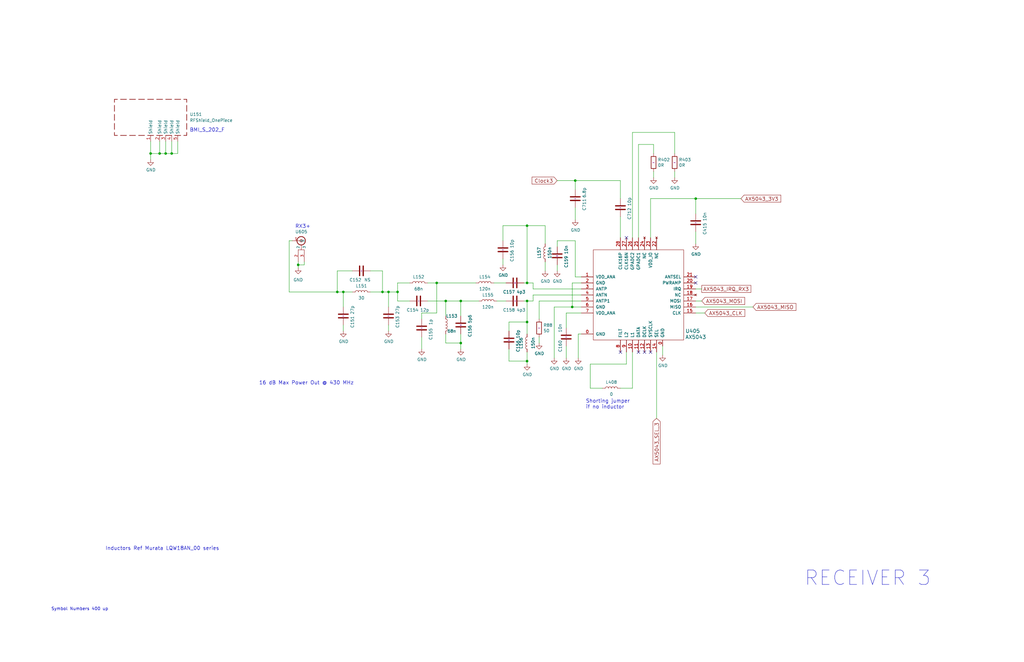
<source format=kicad_sch>
(kicad_sch (version 20230121) (generator eeschema)
  (paper "USLedger")
  (title_block (title "Radiation Tolerant PacSat Communication") (date "2023-06-17") (rev "A") (company "AMSAT-NA") (comment 1 "N5BRG"))
  (lib_symbols
    (symbol "Device:C" (pin_numbers hide) (pin_names (offset 0.254))
      (property "Reference" "C" (at 0.635 2.54 0))
      (property "Value" "C" (at 0.635 -2.54 0))
      (symbol "C_0_1"
        (polyline (pts (xy -2.032 -0.762) (xy 2.032 -0.762)) (stroke (width 0.508)))
        (polyline (pts (xy -2.032 0.762) (xy 2.032 0.762)) (stroke (width 0.508)))
      )
      (symbol "C_1_1"
        (pin passive line (at 0 3.81 270) (length 2.794) (name "~") (number "1"))
        (pin passive line (at 0 -3.81 90) (length 2.794) (name "~") (number "2"))
      )
    )
    (symbol "Device:L" (pin_numbers hide) (pin_names (offset 1.016) hide)
      (property "Reference" "L" (at -1.27 0 90))
      (property "Value" "L" (at 1.905 0 90))
      (symbol "L_0_1"
        (arc (start 0 -2.54) (mid 0.6323 -1.905) (end 0 -1.27))
        (arc (start 0 -1.27) (mid 0.6323 -0.635) (end 0 0))
        (arc (start 0 0) (mid 0.6323 0.635) (end 0 1.27))
        (arc (start 0 1.27) (mid 0.6323 1.905) (end 0 2.54))
      )
      (symbol "L_1_1"
        (pin passive line (at 0 3.81 270) (length 1.27) (name "1") (number "1"))
        (pin passive line (at 0 -3.81 90) (length 1.27) (name "2") (number "2"))
      )
    )
    (symbol "Device:R" (pin_numbers hide) (pin_names (offset 0))
      (property "Reference" "R" (at 2.032 0 90))
      (property "Value" "R" (at 0 0 90))
      (symbol "R_0_1"
        (rectangle (start -1.016 -2.54) (end 1.016 2.54) (stroke (width 0.254)))
      )
      (symbol "R_1_1"
        (pin passive line (at 0 3.81 270) (length 1.27) (name "~") (number "1"))
        (pin passive line (at 0 -3.81 90) (length 1.27) (name "~") (number "2"))
      )
    )
    (symbol "PACSAT_DEV_misc:AX5043" (pin_names (offset 1.016))
      (property "Reference" "U156" (at 16.51 -21.59 0))
      (property "Value" "AX5043" (at -5.08 0 0))
      (symbol "AX5043_0_1"
        (rectangle (start -19.05 19.05) (end 19.05 -19.05))
      )
      (symbol "AX5043_1_1"
        (pin passive line (at -24.13 -16.51 0) (length 5.08) (name "GND") (number "0"))
        (pin power_in line (at 10.16 -21.59 90) (length 2.54) (name "GND") (number "0"))
        (pin passive line (at -24.13 7.62 0) (length 5.08) (name "VDD_ANA") (number "1"))
        (pin passive line (at -2.54 -24.13 90) (length 5.08) (name "L1") (number "10"))
        (pin input line (at 0 -24.13 90) (length 5.08) (name "DATA") (number "11"))
        (pin input line (at 2.54 -24.13 90) (length 5.08) (name "DCLK") (number "12"))
        (pin output line (at 5.08 -24.13 90) (length 5.08) (name "SYSCLK") (number "13"))
        (pin input line (at 7.62 -24.13 90) (length 5.08) (name "SEL") (number "14"))
        (pin input line (at 24.13 -7.62 180) (length 5.08) (name "CLK") (number "15"))
        (pin tri_state line (at 24.13 -5.08 180) (length 5.08) (name "MISO") (number "16"))
        (pin input line (at 24.13 -2.54 180) (length 5.08) (name "MOSI") (number "17"))
        (pin no_connect line (at 24.13 0 180) (length 5.08) (name "NC") (number "18"))
        (pin output line (at 24.13 2.54 180) (length 5.08) (name "IRQ") (number "19"))
        (pin input line (at -24.13 5.08 0) (length 5.08) (name "GND") (number "2"))
        (pin output line (at 24.13 5.08 180) (length 5.08) (name "PWRAMP") (number "20"))
        (pin output line (at 24.13 7.62 180) (length 5.08) (name "ANTSEL") (number "21"))
        (pin no_connect line (at 7.62 24.13 270) (length 5.08) (name "NC") (number "22"))
        (pin passive line (at 5.08 24.13 270) (length 5.08) (name "VDD_IO") (number "23"))
        (pin no_connect line (at 2.54 24.13 270) (length 5.08) (name "NC") (number "24"))
        (pin input line (at 0 24.13 270) (length 5.08) (name "GPADC1") (number "25"))
        (pin input line (at -2.54 24.13 270) (length 5.08) (name "GPADC2") (number "26"))
        (pin passive line (at -5.08 24.13 270) (length 5.08) (name "CLK16N") (number "27"))
        (pin passive line (at -7.62 24.13 270) (length 5.08) (name "CLK16P") (number "28"))
        (pin bidirectional line (at -24.13 2.54 0) (length 5.08) (name "ANTP") (number "3"))
        (pin bidirectional line (at -24.13 0 0) (length 5.08) (name "ANTN") (number "4"))
        (pin output line (at -24.13 -2.54 0) (length 5.08) (name "ANTP1") (number "5"))
        (pin input line (at -24.13 -5.08 0) (length 5.08) (name "GND") (number "6"))
        (pin passive line (at -24.13 -7.62 0) (length 5.08) (name "VDD_ANA") (number "7"))
        (pin passive line (at -7.62 -24.13 90) (length 5.08) (name "FILT") (number "8"))
        (pin passive line (at -5.08 -24.13 90) (length 5.08) (name "L2") (number "9"))
      )
    )
    (symbol "PACSAT_DEV_misc:RF_SHIELD_BOX"
      (property "Reference" "U" (at -15.24 8.89 0))
      (symbol "RF_SHIELD_BOX_0_1"
        (polyline (pts (xy -16.51 -5.08) (xy -16.51 -2.54)) (stroke (width 0.254)))
        (polyline (pts (xy -16.51 -1.27) (xy -16.51 1.27)) (stroke (width 0.254)))
        (polyline (pts (xy -16.51 2.54) (xy -16.51 5.08)) (stroke (width 0.254)))
        (polyline (pts (xy -13.97 7.62) (xy -11.43 7.62)) (stroke (width 0.254)))
        (polyline (pts (xy -11.43 -7.62) (xy -13.97 -7.62)) (stroke (width 0.254)))
        (polyline (pts (xy -7.62 -7.62) (xy -10.16 -7.62)) (stroke (width 0.254)))
        (polyline (pts (xy -7.62 7.62) (xy -10.16 7.62)) (stroke (width 0.254)))
        (polyline (pts (xy -3.81 -7.62) (xy -6.35 -7.62)) (stroke (width 0.254)))
        (polyline (pts (xy -3.81 7.62) (xy -6.35 7.62)) (stroke (width 0.254)))
        (polyline (pts (xy -2.54 -7.62) (xy 0 -7.62)) (stroke (width 0.254)))
        (polyline (pts (xy 0 7.62) (xy -2.54 7.62)) (stroke (width 0.254)))
        (polyline (pts (xy 1.27 -7.62) (xy 3.81 -7.62)) (stroke (width 0.254)))
        (polyline (pts (xy 3.81 7.62) (xy 1.27 7.62)) (stroke (width 0.254)))
        (polyline (pts (xy 5.08 -7.62) (xy 7.62 -7.62)) (stroke (width 0.254)))
        (polyline (pts (xy 7.62 7.62) (xy 5.08 7.62)) (stroke (width 0.254)))
        (polyline (pts (xy 8.89 -7.62) (xy 11.43 -7.62)) (stroke (width 0.254)))
        (polyline (pts (xy 11.43 7.62) (xy 8.89 7.62)) (stroke (width 0.254)))
        (polyline (pts (xy 13.97 -5.08) (xy 13.97 -2.54)) (stroke (width 0.254)))
        (polyline (pts (xy 13.97 -1.27) (xy 13.97 1.27)) (stroke (width 0.254)))
        (polyline (pts (xy 13.97 2.54) (xy 13.97 5.08)) (stroke (width 0.254)))
        (polyline (pts (xy -16.51 6.35) (xy -16.51 7.62) (xy -15.24 7.62)) (stroke (width 0.254)))
        (polyline (pts (xy -15.24 -7.62) (xy -16.51 -7.62) (xy -16.51 -6.35)) (stroke (width 0.254)))
        (polyline (pts (xy 12.7 -7.62) (xy 13.97 -7.62) (xy 13.97 -6.35)) (stroke (width 0.254)))
        (polyline (pts (xy 13.97 6.35) (xy 13.97 7.62) (xy 12.7 7.62)) (stroke (width 0.254)))
      )
      (symbol "RF_SHIELD_BOX_1_1"
        (pin power_in line (at -1.27 -10.16 90) (length 2.54) (name "Shield") (number "1"))
        (pin power_in line (at 2.54 -10.16 90) (length 2.54) (name "Shield") (number "2"))
        (pin power_in line (at 5.08 -10.16 90) (length 2.54) (name "Shield") (number "3"))
        (pin power_in line (at 7.62 -10.16 90) (length 2.54) (name "Shield") (number "4"))
        (pin power_in line (at 10.16 -10.16 90) (length 2.54) (name "Shield") (number "5"))
      )
    )
    (symbol "PACSAT_DEV_misc:U_FL"
      (property "Reference" "U" (at -3.81 2.54 0))
      (symbol "U_FL_0_1"
        (polyline (pts (xy -1.27 -3.81) (xy 1.27 -3.81)))
        (polyline (pts (xy 0 -3.81) (xy 0 -1.778)))
        (circle (center 0 0) (radius 0.508) (stroke (width 0.2032)))
        (circle (center 0 0) (radius 1.778) (stroke (width 0.3048)))
      )
      (symbol "U_FL_1_1"
        (pin bidirectional line (at -3.81 0 0) (length 3.302) (name "In") (number "1"))
        (pin power_in line (at -1.27 -8.89 90) (length 5.08) (name "2") (number "2"))
        (pin power_in line (at 1.27 -8.89 90) (length 5.08) (name "3") (number "3"))
      )
    )
    (symbol "power:GND" (power) (pin_names (offset 0))
      (property "Value" "GND" (at 0 -3.81 0))
      (symbol "GND_0_1"
        (polyline (pts (xy 0 0) (xy 0 -1.27) (xy 1.27 -1.27) (xy 0 -2.54) (xy -1.27 -1.27) (xy 0 -1.27)))
      )
      (symbol "GND_1_1"
        (pin power_in line (at 0 0 270) (length 0) hide (name "GND") (number "1"))
      )
    )
  )
  (junction (at 194.31 144.78))
  (junction (at 222.25 135.89))
  (junction (at 163.83 123.19))
  (junction (at 167.64 123.19))
  (junction (at 63.5 64.77))
  (junction (at 222.25 127))
  (junction (at 194.31 127))
  (junction (at 187.96 127))
  (junction (at 161.29 123.19))
  (junction (at 69.85 64.77))
  (junction (at 241.3 129.54))
  (junction (at 242.57 76.2))
  (junction (at 72.39 64.77))
  (junction (at 67.31 64.77))
  (junction (at 222.25 95.25))
  (junction (at 184.15 119.38))
  (junction (at 222.25 152.4))
  (junction (at 222.25 119.38))
  (junction (at 144.78 123.19))
  (junction (at 125.73 111.76))
  (junction (at 142.24 123.19))
  (junction (at 293.37 83.82))
  (no_connect (at 271.78 148.59))
  (no_connect (at 261.62 148.59))
  (no_connect (at 264.16 100.33))
  (no_connect (at 293.37 116.84))
  (no_connect (at 274.32 148.59))
  (no_connect (at 269.24 148.59))
  (no_connect (at 293.37 119.38))
  (wire (pts (xy 242.57 116.84) (xy 242.57 101.6)))
  (wire (pts (xy 194.31 127) (xy 201.93 127)))
  (wire (pts (xy 167.64 119.38) (xy 172.72 119.38)))
  (wire (pts (xy 269.24 60.96) (xy 275.59 60.96)))
  (wire (pts (xy 161.29 123.19) (xy 163.83 123.19)))
  (wire (pts (xy 242.57 87.63) (xy 242.57 92.71)))
  (wire (pts (xy 227.33 127) (xy 227.33 134.62)))
  (wire (pts (xy 293.37 83.82) (xy 312.42 83.82)))
  (wire (pts (xy 74.93 59.69) (xy 74.93 64.77)))
  (wire (pts (xy 222.25 127) (xy 222.25 135.89)))
  (wire (pts (xy 229.87 95.25) (xy 229.87 102.87)))
  (wire (pts (xy 187.96 127) (xy 187.96 133.35)))
  (wire (pts (xy 245.11 116.84) (xy 242.57 116.84)))
  (wire (pts (xy 194.31 127) (xy 194.31 133.35)))
  (wire (pts (xy 184.15 119.38) (xy 200.66 119.38)))
  (wire (pts (xy 284.48 55.88) (xy 284.48 64.77)))
  (wire (pts (xy 222.25 148.59) (xy 222.25 152.4)))
  (wire (pts (xy 208.28 119.38) (xy 213.36 119.38)))
  (wire (pts (xy 163.83 123.19) (xy 167.64 123.19)))
  (wire (pts (xy 224.79 119.38) (xy 224.79 121.92)))
  (wire (pts (xy 261.62 163.83) (xy 266.7 163.83)))
  (wire (pts (xy 63.5 59.69) (xy 63.5 64.77)))
  (wire (pts (xy 261.62 91.44) (xy 261.62 100.33)))
  (wire (pts (xy 261.62 76.2) (xy 242.57 76.2)))
  (wire (pts (xy 220.98 119.38) (xy 222.25 119.38)))
  (wire (pts (xy 184.15 132.08) (xy 177.8 132.08)))
  (wire (pts (xy 177.8 132.08) (xy 177.8 134.62)))
  (wire (pts (xy 123.19 101.6) (xy 121.92 101.6)))
  (wire (pts (xy 233.68 151.13) (xy 233.68 129.54)))
  (wire (pts (xy 238.76 132.08) (xy 238.76 138.43)))
  (wire (pts (xy 234.95 111.76) (xy 234.95 114.3)))
  (wire (pts (xy 264.16 153.67) (xy 248.92 153.67)))
  (wire (pts (xy 293.37 90.17) (xy 293.37 83.82)))
  (wire (pts (xy 261.62 76.2) (xy 261.62 83.82)))
  (wire (pts (xy 67.31 64.77) (xy 63.5 64.77)))
  (wire (pts (xy 224.79 127) (xy 224.79 124.46)))
  (wire (pts (xy 234.95 101.6) (xy 234.95 104.14)))
  (wire (pts (xy 220.98 127) (xy 222.25 127)))
  (wire (pts (xy 148.59 114.3) (xy 142.24 114.3)))
  (wire (pts (xy 184.15 119.38) (xy 184.15 132.08)))
  (wire (pts (xy 209.55 127) (xy 213.36 127)))
  (wire (pts (xy 269.24 60.96) (xy 269.24 100.33)))
  (wire (pts (xy 167.64 127) (xy 172.72 127)))
  (wire (pts (xy 142.24 114.3) (xy 142.24 123.19)))
  (wire (pts (xy 121.92 101.6) (xy 121.92 123.19)))
  (wire (pts (xy 144.78 137.16) (xy 144.78 139.7)))
  (wire (pts (xy 212.09 101.6) (xy 212.09 95.25)))
  (wire (pts (xy 266.7 148.59) (xy 266.7 163.83)))
  (wire (pts (xy 125.73 110.49) (xy 125.73 111.76)))
  (wire (pts (xy 67.31 59.69) (xy 67.31 64.77)))
  (wire (pts (xy 243.84 140.97) (xy 243.84 151.13)))
  (wire (pts (xy 161.29 114.3) (xy 161.29 123.19)))
  (wire (pts (xy 125.73 111.76) (xy 128.27 111.76)))
  (wire (pts (xy 212.09 95.25) (xy 222.25 95.25)))
  (wire (pts (xy 248.92 153.67) (xy 248.92 163.83)))
  (wire (pts (xy 279.4 146.05) (xy 279.4 149.86)))
  (wire (pts (xy 187.96 144.78) (xy 194.31 144.78)))
  (wire (pts (xy 242.57 101.6) (xy 234.95 101.6)))
  (wire (pts (xy 227.33 142.24) (xy 227.33 144.78)))
  (wire (pts (xy 177.8 142.24) (xy 177.8 147.32)))
  (wire (pts (xy 274.32 83.82) (xy 293.37 83.82)))
  (wire (pts (xy 69.85 64.77) (xy 72.39 64.77)))
  (wire (pts (xy 121.92 123.19) (xy 142.24 123.19)))
  (wire (pts (xy 125.73 111.76) (xy 125.73 113.03)))
  (wire (pts (xy 284.48 72.39) (xy 284.48 74.93)))
  (wire (pts (xy 128.27 110.49) (xy 128.27 111.76)))
  (wire (pts (xy 293.37 121.92) (xy 295.91 121.92)))
  (wire (pts (xy 144.78 123.19) (xy 148.59 123.19)))
  (wire (pts (xy 227.33 127) (xy 245.11 127)))
  (wire (pts (xy 214.63 135.89) (xy 222.25 135.89)))
  (wire (pts (xy 163.83 137.16) (xy 163.83 139.7)))
  (wire (pts (xy 293.37 127) (xy 295.91 127)))
  (wire (pts (xy 222.25 152.4) (xy 222.25 153.67)))
  (wire (pts (xy 245.11 119.38) (xy 241.3 119.38)))
  (wire (pts (xy 222.25 135.89) (xy 222.25 140.97)))
  (wire (pts (xy 276.86 148.59) (xy 276.86 176.53)))
  (wire (pts (xy 275.59 72.39) (xy 275.59 74.93)))
  (wire (pts (xy 238.76 146.05) (xy 238.76 151.13)))
  (wire (pts (xy 144.78 129.54) (xy 144.78 123.19)))
  (wire (pts (xy 242.57 76.2) (xy 242.57 80.01)))
  (wire (pts (xy 67.31 64.77) (xy 69.85 64.77)))
  (wire (pts (xy 293.37 97.79) (xy 293.37 102.87)))
  (wire (pts (xy 266.7 55.88) (xy 284.48 55.88)))
  (wire (pts (xy 72.39 59.69) (xy 72.39 64.77)))
  (wire (pts (xy 156.21 123.19) (xy 161.29 123.19)))
  (wire (pts (xy 274.32 100.33) (xy 274.32 83.82)))
  (wire (pts (xy 214.63 147.32) (xy 214.63 152.4)))
  (wire (pts (xy 233.68 129.54) (xy 241.3 129.54)))
  (wire (pts (xy 194.31 140.97) (xy 194.31 144.78)))
  (wire (pts (xy 142.24 123.19) (xy 144.78 123.19)))
  (wire (pts (xy 163.83 129.54) (xy 163.83 123.19)))
  (wire (pts (xy 224.79 121.92) (xy 245.11 121.92)))
  (wire (pts (xy 214.63 139.7) (xy 214.63 135.89)))
  (wire (pts (xy 187.96 140.97) (xy 187.96 144.78)))
  (wire (pts (xy 224.79 124.46) (xy 245.11 124.46)))
  (wire (pts (xy 234.95 76.2) (xy 242.57 76.2)))
  (wire (pts (xy 194.31 144.78) (xy 194.31 147.32)))
  (wire (pts (xy 241.3 129.54) (xy 245.11 129.54)))
  (wire (pts (xy 229.87 95.25) (xy 222.25 95.25)))
  (wire (pts (xy 248.92 163.83) (xy 254 163.83)))
  (wire (pts (xy 180.34 119.38) (xy 184.15 119.38)))
  (wire (pts (xy 229.87 110.49) (xy 229.87 114.3)))
  (wire (pts (xy 156.21 114.3) (xy 161.29 114.3)))
  (wire (pts (xy 293.37 132.08) (xy 297.18 132.08)))
  (wire (pts (xy 214.63 152.4) (xy 222.25 152.4)))
  (wire (pts (xy 74.93 64.77) (xy 72.39 64.77)))
  (wire (pts (xy 293.37 129.54) (xy 317.5 129.54)))
  (wire (pts (xy 63.5 64.77) (xy 63.5 67.31)))
  (wire (pts (xy 222.25 127) (xy 224.79 127)))
  (wire (pts (xy 241.3 119.38) (xy 241.3 129.54)))
  (wire (pts (xy 212.09 109.22) (xy 212.09 111.76)))
  (wire (pts (xy 187.96 127) (xy 194.31 127)))
  (wire (pts (xy 245.11 132.08) (xy 238.76 132.08)))
  (wire (pts (xy 266.7 55.88) (xy 266.7 100.33)))
  (wire (pts (xy 222.25 95.25) (xy 222.25 119.38)))
  (wire (pts (xy 245.11 140.97) (xy 243.84 140.97)))
  (wire (pts (xy 167.64 123.19) (xy 167.64 127)))
  (wire (pts (xy 167.64 119.38) (xy 167.64 123.19)))
  (wire (pts (xy 264.16 148.59) (xy 264.16 153.67)))
  (wire (pts (xy 180.34 127) (xy 187.96 127)))
  (wire (pts (xy 69.85 59.69) (xy 69.85 64.77)))
  (wire (pts (xy 275.59 60.96) (xy 275.59 64.77)))
  (wire (pts (xy 222.25 119.38) (xy 224.79 119.38)))
  (text "RECEIVER 3" (at 339.09 247.65 0) (effects (font (size 6.096 6.096)) (justify left bottom)))
  (text "BMI_S_202_F" (at 80.01 55.88 0) (effects (font (size 1.524 1.524)) (justify left bottom)))
  (text "16 dB Max Power Out @ 430 MHz" (at 109.22 162.56 0) (effects (font (size 1.524 1.524)) (justify left bottom)))
  (text "Symbol Numbers 400 up" (at 21.59 257.81 0) (effects (font (size 1.27 1.27)) (justify left bottom)))
  (text "Shorting jumper\nif no inductor" (at 247.015 172.72 0) (effects (font (size 1.524 1.524)) (justify left bottom)))
  (text "Inductors Ref Murata LQW18AN_00 series" (at 44.45 232.41 0) (effects (font (size 1.524 1.524)) (justify left bottom)))
  (text "RX3+" (at 124.46 96.52 0) (effects (font (size 1.524 1.524)) (justify left bottom)))
  (global_label "AX5043_SEL_3" (shape input) (at 276.86 176.53 270) (effects (font (size 1.524 1.524))) (property "Intersheetrefs" "${INTERSHEET_REFS}" (effects hide)))
  (global_label "AX5043_IRQ_RX3" (shape passive) (at 295.91 121.92 0) (effects (font (size 1.524 1.524))) (property "Intersheetrefs" "${INTERSHEET_REFS}" (effects hide)))
  (global_label "Clock3" (shape input) (at 234.95 76.2 180) (effects (font (size 1.524 1.524))) (property "Intersheetrefs" "${INTERSHEET_REFS}" (effects hide)))
  (global_label "AX5043_CLK" (shape input) (at 297.18 132.08 0) (effects (font (size 1.524 1.524))) (property "Intersheetrefs" "${INTERSHEET_REFS}" (effects hide)))
  (global_label "AX5043_MISO" (shape input) (at 317.5 129.54 0) (effects (font (size 1.524 1.524))) (property "Intersheetrefs" "${INTERSHEET_REFS}" (effects hide)))
  (global_label "AX5043_MOSI" (shape input) (at 295.91 127 0) (effects (font (size 1.524 1.524))) (property "Intersheetrefs" "${INTERSHEET_REFS}" (effects hide)))
  (global_label "AX5043_3V3" (shape input) (at 312.42 83.82 0) (effects (font (size 1.524 1.524))) (property "Intersheetrefs" "${INTERSHEET_REFS}" (effects hide)))
  (symbol (lib_id "Device:C") (at 177.8 138.43 0) (unit 1)
    (property "Reference" "C155" (at 181.61 140.97 90))
    (property "Value" "1p" (at 181.61 135.89 90))
    (property "Footprint" "Capacitor_SMD:C_0603_1608Metric_Pad1.08x0.95mm_HandSolder" (effects hide))
    (property "Datasheet" "~" (at 177.8 138.43 0))
    (instances (project "PacSat_Dev_RevC_230824" (path "" (reference "C155") (unit 1)) (path "" (reference "C405") (unit 1))))
  )
  (symbol (lib_id "Device:R") (at 275.59 68.58 0) (unit 1)
    (property "Reference" "R402" (at 277.368 67.4116 0) (effects (justify left)))
    (property "Value" "0R" (at 277.368 69.723 0) (effects (justify left)))
    (property "Footprint" "Resistor_SMD:R_0603_1608Metric_Pad0.98x0.95mm_HandSolder" (effects hide))
    (property "Datasheet" "~" (at 275.59 68.58 0))
  )
  (symbol (lib_id "power:GND") (at 222.25 153.67 0) (unit 1)
    (property "Reference" "#PWR0175" (effects hide))
    (property "Value" "GND" (at 222.377 158.0642 0))
    (instances (project "PacSat_Dev_RevC_230824" (path "" (reference "#PWR0175") (unit 1)) (path "" (reference "#PWR0408") (unit 1))))
  )
  (symbol (lib_id "Device:C") (at 163.83 133.35 0) (unit 1)
    (property "Reference" "C153" (at 167.64 135.89 90))
    (property "Value" "27p" (at 167.64 130.81 90))
    (property "Footprint" "Capacitor_SMD:C_0603_1608Metric_Pad1.08x0.95mm_HandSolder" (effects hide))
    (property "Datasheet" "~" (at 163.83 133.35 0))
    (instances (project "PacSat_Dev_RevC_230824" (path "" (reference "C153") (unit 1)) (path "" (reference "C403") (unit 1))))
  )
  (symbol (lib_id "power:GND") (at 63.5 67.31 0) (unit 1)
    (property "Reference" "#PWR0161" (effects hide))
    (property "Value" "GND" (at 63.627 71.7042 0))
    (instances (project "PacSat_Dev_RevC_230824" (path "" (reference "#PWR0161") (unit 1)) (path "" (reference "#PWR0619") (unit 1))))
  )
  (symbol (lib_id "power:GND") (at 233.68 151.13 0) (unit 1)
    (property "Reference" "#PWR0177" (effects hide))
    (property "Value" "GND" (at 233.807 155.5242 0))
    (instances (project "PacSat_Dev_RevC_230824" (path "" (reference "#PWR0177") (unit 1)) (path "" (reference "#PWR0411") (unit 1))))
  )
  (symbol (lib_id "power:GND") (at 284.48 74.93 0) (unit 1)
    (property "Reference" "#PWR0418" (effects hide))
    (property "Value" "GND" (at 284.607 79.3242 0))
  )
  (symbol (lib_id "power:GND") (at 125.73 113.03 0) (unit 1)
    (property "Reference" "#PWR0614" (effects hide))
    (property "Value" "GND" (at 125.73 118.11 0))
    (instances (project "PacSat_Dev_RevC_230824" (path "" (reference "#PWR0614") (unit 1)) (path "" (reference "#PWR0402") (unit 1))))
  )
  (symbol (lib_id "Device:L") (at 205.74 127 90) (unit 1)
    (property "Reference" "L155" (at 205.74 124.46 90))
    (property "Value" "120n" (at 205.74 129.54 90))
    (property "Footprint" "PacSatDev_misc:L_Murata_LQH2MCNxxxx02_2.0x1.6mm" (effects hide))
    (instances (project "PacSat_Dev_RevC_230824" (path "" (reference "L155") (unit 1)) (path "" (reference "L405") (unit 1))))
  )
  (symbol (lib_id "Device:L") (at 204.47 119.38 90) (unit 1)
    (property "Reference" "L154" (at 204.47 116.84 90))
    (property "Value" "120n" (at 204.47 121.92 90))
    (property "Footprint" "PacSatDev_misc:L_Murata_LQH2MCNxxxx02_2.0x1.6mm" (effects hide))
    (instances (project "PacSat_Dev_RevC_230824" (path "" (reference "L154") (unit 1)) (path "" (reference "L404") (unit 1))))
  )
  (symbol (lib_id "power:GND") (at 243.84 151.13 0) (unit 1)
    (property "Reference" "#PWR0181" (effects hide))
    (property "Value" "GND" (at 243.967 155.5242 0))
    (instances (project "PacSat_Dev_RevC_230824" (path "" (reference "#PWR0181") (unit 1)) (path "" (reference "#PWR0415") (unit 1))))
  )
  (symbol (lib_id "power:GND") (at 242.57 92.71 0) (unit 1)
    (property "Reference" "#PWR0735" (effects hide))
    (property "Value" "GND" (at 242.697 97.1042 0))
    (instances (project "PacSat_Dev_RevC_230824" (path "" (reference "#PWR0735") (unit 1)) (path "" (reference "#PWR0414") (unit 1))))
  )
  (symbol (lib_id "power:GND") (at 293.37 102.87 0) (unit 1)
    (property "Reference" "#PWR0419" (effects hide))
    (property "Value" "GND" (at 293.497 107.2642 0))
  )
  (symbol (lib_id "Device:L") (at 176.53 119.38 90) (unit 1)
    (property "Reference" "L152" (at 176.53 116.84 90))
    (property "Value" "68n" (at 176.53 121.92 90))
    (property "Footprint" "PacSatDev_misc:L_Murata_LQH2MCNxxxx02_2.0x1.6mm" (effects hide))
    (instances (project "PacSat_Dev_RevC_230824" (path "" (reference "L152") (unit 1)) (path "" (reference "L402") (unit 1))))
  )
  (symbol (lib_id "Device:L") (at 222.25 144.78 180) (unit 1)
    (property "Reference" "L156" (at 219.71 144.78 90))
    (property "Value" "150n" (at 224.79 144.78 90))
    (property "Footprint" "PacSatDev_misc:L_Murata_LQH2MCNxxxx02_2.0x1.6mm" (effects hide))
    (instances (project "PacSat_Dev_RevC_230824" (path "" (reference "L156") (unit 1)) (path "" (reference "L406") (unit 1))))
  )
  (symbol (lib_id "Device:C") (at 238.76 142.24 0) (unit 1)
    (property "Reference" "C160" (at 236.22 146.05 90))
    (property "Value" "10n" (at 236.22 138.43 90))
    (property "Footprint" "Capacitor_SMD:C_0603_1608Metric_Pad1.08x0.95mm_HandSolder" (effects hide))
    (property "Datasheet" "~" (at 238.76 142.24 0))
    (instances (project "PacSat_Dev_RevC_230824" (path "" (reference "C160") (unit 1)) (path "" (reference "C412") (unit 1))))
  )
  (symbol (lib_id "power:GND") (at 229.87 114.3 0) (unit 1)
    (property "Reference" "#PWR0176" (effects hide))
    (property "Value" "GND" (at 229.997 118.6942 0))
    (instances (project "PacSat_Dev_RevC_230824" (path "" (reference "#PWR0176") (unit 1)) (path "" (reference "#PWR0410") (unit 1))))
  )
  (symbol (lib_id "PACSAT_DEV_misc:U_FL") (at 127 101.6 0) (unit 1)
    (property "Reference" "U605" (at 124.46 97.79 0) (effects (justify left)))
    (property "Value" "~" (at 127 101.6 0))
    (property "Footprint" "PacSatDev_misc:U_FL" (effects hide))
    (instances (project "PacSat_Dev_RevC_230824" (path "" (reference "U605") (unit 1)) (path "" (reference "U406") (unit 1))))
  )
  (symbol (lib_id "Device:R") (at 284.48 68.58 0) (unit 1)
    (property "Reference" "R403" (at 286.258 67.4116 0) (effects (justify left)))
    (property "Value" "0R" (at 286.258 69.723 0) (effects (justify left)))
    (property "Footprint" "Resistor_SMD:R_0603_1608Metric_Pad0.98x0.95mm_HandSolder" (effects hide))
    (property "Datasheet" "~" (at 284.48 68.58 0))
  )
  (symbol (lib_id "power:GND") (at 144.78 139.7 0) (unit 1)
    (property "Reference" "#PWR0171" (effects hide))
    (property "Value" "GND" (at 144.907 144.0942 0))
    (instances (project "PacSat_Dev_RevC_230824" (path "" (reference "#PWR0171") (unit 1)) (path "" (reference "#PWR0403") (unit 1))))
  )
  (symbol (lib_id "Device:C") (at 217.17 119.38 270) (unit 1)
    (property "Reference" "C157" (at 214.63 123.19 90))
    (property "Value" "4p3" (at 219.71 123.19 90))
    (property "Footprint" "Capacitor_SMD:C_0603_1608Metric_Pad1.08x0.95mm_HandSolder" (effects hide))
    (property "Datasheet" "~" (at 217.17 119.38 0))
    (instances (project "PacSat_Dev_RevC_230824" (path "" (reference "C157") (unit 1)) (path "" (reference "C409") (unit 1))))
  )
  (symbol (lib_id "Device:C") (at 217.17 127 270) (unit 1)
    (property "Reference" "C158" (at 214.63 130.81 90))
    (property "Value" "4p3" (at 219.71 130.81 90))
    (property "Footprint" "Capacitor_SMD:C_0603_1608Metric_Pad1.08x0.95mm_HandSolder" (effects hide))
    (property "Datasheet" "~" (at 217.17 127 0))
    (instances (project "PacSat_Dev_RevC_230824" (path "" (reference "C158") (unit 1)) (path "" (reference "C410") (unit 1))))
  )
  (symbol (lib_id "power:GND") (at 275.59 74.93 0) (unit 1)
    (property "Reference" "#PWR0416" (effects hide))
    (property "Value" "GND" (at 275.717 79.3242 0))
  )
  (symbol (lib_id "power:GND") (at 212.09 111.76 0) (unit 1)
    (property "Reference" "#PWR0176" (effects hide))
    (property "Value" "GND" (at 212.217 116.1542 0))
    (instances (project "PacSat_Dev_RevC_230824" (path "" (reference "#PWR0176") (unit 1)) (path "" (reference "#PWR0407") (unit 1))))
  )
  (symbol (lib_id "Device:L") (at 257.81 163.83 90) (unit 1)
    (property "Reference" "L408" (at 257.81 161.29 90))
    (property "Value" "0" (at 257.81 166.37 90))
    (property "Footprint" "PacSatDev_misc:L_Murata_LQH2MCNxxxx02_2.0x1.6mm" (effects hide))
  )
  (symbol (lib_id "Device:C") (at 152.4 114.3 270) (unit 1)
    (property "Reference" "C152" (at 149.86 118.11 90))
    (property "Value" "NS" (at 154.94 118.11 90))
    (property "Footprint" "Capacitor_SMD:C_0603_1608Metric_Pad1.08x0.95mm_HandSolder" (effects hide))
    (property "Datasheet" "~" (at 152.4 114.3 0))
    (instances (project "PacSat_Dev_RevC_230824" (path "" (reference "C152") (unit 1)) (path "" (reference "C402") (unit 1))))
  )
  (symbol (lib_id "Device:C") (at 176.53 127 270) (unit 1)
    (property "Reference" "C154" (at 173.99 130.81 90))
    (property "Value" "12p" (at 179.07 130.81 90))
    (property "Footprint" "Capacitor_SMD:C_0603_1608Metric_Pad1.08x0.95mm_HandSolder" (effects hide))
    (property "Datasheet" "~" (at 176.53 127 0))
    (instances (project "PacSat_Dev_RevC_230824" (path "" (reference "C154") (unit 1)) (path "" (reference "C404") (unit 1))))
  )
  (symbol (lib_id "PACSAT_DEV_misc:RF_SHIELD_BOX") (at 64.77 49.53 0) (unit 1)
    (property "Reference" "U151" (at 80.01 48.26 0) (effects (justify left)))
    (property "Value" "RFShield_OnePiece" (at 80.01 50.8 0) (effects (justify left)))
    (property "Footprint" "PacSatDev_misc:RF_SHIELD_BMI_S_202_F_U401" (effects hide))
    (instances (project "PacSat_Dev_RevC_230824" (path "" (reference "U151") (unit 1)) (path "" (reference "U401") (unit 1))))
  )
  (symbol (lib_id "Device:L") (at 187.96 137.16 0) (unit 1)
    (property "Reference" "L153" (at 190.5 133.35 0))
    (property "Value" "68n" (at 190.5 139.7 0))
    (property "Footprint" "PacSatDev_misc:L_Murata_LQH2MCNxxxx02_2.0x1.6mm" (effects hide))
    (instances (project "PacSat_Dev_RevC_230824" (path "" (reference "L153") (unit 1)) (path "" (reference "L403") (unit 1))))
  )
  (symbol (lib_id "Device:L") (at 152.4 123.19 90) (unit 1)
    (property "Reference" "L151" (at 152.4 120.65 90))
    (property "Value" "30" (at 152.4 125.73 90))
    (property "Footprint" "PacSatDev_misc:L_Murata_LQH2MCNxxxx02_2.0x1.6mm" (effects hide))
    (instances (project "PacSat_Dev_RevC_230824" (path "" (reference "L151") (unit 1)) (path "" (reference "L401") (unit 1))))
  )
  (symbol (lib_id "Device:C") (at 261.62 87.63 0) (unit 1)
    (property "Reference" "C712" (at 265.43 90.17 90))
    (property "Value" "10p" (at 265.43 85.09 90))
    (property "Footprint" "Capacitor_SMD:C_0603_1608Metric_Pad1.08x0.95mm_HandSolder" (effects hide))
    (property "Datasheet" "~" (at 261.62 87.63 0))
    (instances (project "PacSat_Dev_RevC_230824" (path "" (reference "C712") (unit 1)) (path "" (reference "C414") (unit 1))))
  )
  (symbol (lib_id "power:GND") (at 279.4 149.86 0) (unit 1)
    (property "Reference" "#PWR0173" (effects hide))
    (property "Value" "GND" (at 279.527 154.2542 0))
    (instances (project "PacSat_Dev_RevC_230824" (path "" (reference "#PWR0173") (unit 1)) (path "" (reference "#PWR0417") (unit 1))))
  )
  (symbol (lib_id "Device:C") (at 214.63 143.51 0) (unit 1)
    (property "Reference" "C156" (at 218.44 146.05 90))
    (property "Value" "10p" (at 218.44 140.97 90))
    (property "Footprint" "Capacitor_SMD:C_0603_1608Metric_Pad1.08x0.95mm_HandSolder" (effects hide))
    (property "Datasheet" "~" (at 214.63 143.51 0))
    (instances (project "PacSat_Dev_RevC_230824" (path "" (reference "C156") (unit 1)) (path "" (reference "C408") (unit 1))))
  )
  (symbol (lib_id "power:GND") (at 163.83 139.7 0) (unit 1)
    (property "Reference" "#PWR0172" (effects hide))
    (property "Value" "GND" (at 163.957 144.0942 0))
    (instances (project "PacSat_Dev_RevC_230824" (path "" (reference "#PWR0172") (unit 1)) (path "" (reference "#PWR0404") (unit 1))))
  )
  (symbol (lib_id "Device:C") (at 144.78 133.35 0) (unit 1)
    (property "Reference" "C151" (at 148.59 135.89 90))
    (property "Value" "27p" (at 148.59 130.81 90))
    (property "Footprint" "Capacitor_SMD:C_0603_1608Metric_Pad1.08x0.95mm_HandSolder" (effects hide))
    (property "Datasheet" "~" (at 144.78 133.35 0))
    (instances (project "PacSat_Dev_RevC_230824" (path "" (reference "C151") (unit 1)) (path "" (reference "C401") (unit 1))))
  )
  (symbol (lib_id "Device:C") (at 234.95 107.95 0) (unit 1)
    (property "Reference" "C159" (at 238.76 110.49 90))
    (property "Value" "10n" (at 238.76 105.41 90))
    (property "Footprint" "Capacitor_SMD:C_0603_1608Metric_Pad1.08x0.95mm_HandSolder" (effects hide))
    (property "Datasheet" "~" (at 234.95 107.95 0))
    (instances (project "PacSat_Dev_RevC_230824" (path "" (reference "C159") (unit 1)) (path "" (reference "C411") (unit 1))))
  )
  (symbol (lib_id "Device:C") (at 212.09 105.41 0) (unit 1)
    (property "Reference" "C156" (at 215.9 107.95 90))
    (property "Value" "10p" (at 215.9 102.87 90))
    (property "Footprint" "Capacitor_SMD:C_0603_1608Metric_Pad1.08x0.95mm_HandSolder" (effects hide))
    (property "Datasheet" "~" (at 212.09 105.41 0))
    (instances (project "PacSat_Dev_RevC_230824" (path "" (reference "C156") (unit 1)) (path "" (reference "C407") (unit 1))))
  )
  (symbol (lib_id "power:GND") (at 194.31 147.32 0) (unit 1)
    (property "Reference" "#PWR0174" (effects hide))
    (property "Value" "GND" (at 194.437 151.7142 0))
    (instances (project "PacSat_Dev_RevC_230824" (path "" (reference "#PWR0174") (unit 1)) (path "" (reference "#PWR0406") (unit 1))))
  )
  (symbol (lib_id "power:GND") (at 177.8 147.32 0) (unit 1)
    (property "Reference" "#PWR0173" (effects hide))
    (property "Value" "GND" (at 177.927 151.7142 0))
    (instances (project "PacSat_Dev_RevC_230824" (path "" (reference "#PWR0173") (unit 1)) (path "" (reference "#PWR0405") (unit 1))))
  )
  (symbol (lib_id "Device:C") (at 194.31 137.16 0) (unit 1)
    (property "Reference" "C156" (at 198.12 139.7 90))
    (property "Value" "5p6" (at 198.12 134.62 90))
    (property "Footprint" "Capacitor_SMD:C_0603_1608Metric_Pad1.08x0.95mm_HandSolder" (effects hide))
    (property "Datasheet" "~" (at 194.31 137.16 0))
    (instances (project "PacSat_Dev_RevC_230824" (path "" (reference "C156") (unit 1)) (path "" (reference "C406") (unit 1))))
  )
  (symbol (lib_id "power:GND") (at 234.95 114.3 0) (unit 1)
    (property "Reference" "#PWR0178" (effects hide))
    (property "Value" "GND" (at 235.077 118.6942 0))
    (instances (project "PacSat_Dev_RevC_230824" (path "" (reference "#PWR0178") (unit 1)) (path "" (reference "#PWR0412") (unit 1))))
  )
  (symbol (lib_id "Device:R") (at 227.33 138.43 0) (unit 1)
    (property "Reference" "R88" (at 229.108 137.2616 0) (effects (justify left)))
    (property "Value" "50" (at 229.108 139.573 0) (effects (justify left)))
    (property "Footprint" "Resistor_SMD:R_0603_1608Metric_Pad0.98x0.95mm_HandSolder" (effects hide))
    (property "Datasheet" "~" (at 227.33 138.43 0))
    (instances (project "PacSat_Dev_RevC_230824" (path "" (reference "R88") (unit 1)) (path "" (reference "R401") (unit 1))))
  )
  (symbol (lib_id "power:GND") (at 238.76 151.13 0) (unit 1)
    (property "Reference" "#PWR0179" (effects hide))
    (property "Value" "GND" (at 238.887 155.5242 0))
    (instances (project "PacSat_Dev_RevC_230824" (path "" (reference "#PWR0179") (unit 1)) (path "" (reference "#PWR0413") (unit 1))))
  )
  (symbol (lib_id "power:GND") (at 227.33 144.78 0) (unit 1)
    (property "Reference" "#PWR0191" (effects hide))
    (property "Value" "GND" (at 227.457 149.1742 0))
    (instances (project "PacSat_Dev_RevC_230824" (path "" (reference "#PWR0191") (unit 1)) (path "" (reference "#PWR0409") (unit 1))))
  )
  (symbol (lib_id "Device:C") (at 293.37 93.98 0) (unit 1)
    (property "Reference" "C415" (at 297.18 96.52 90))
    (property "Value" "10n" (at 297.18 91.44 90))
    (property "Footprint" "Capacitor_SMD:C_0603_1608Metric_Pad1.08x0.95mm_HandSolder" (effects hide))
    (property "Datasheet" "~" (at 293.37 93.98 0))
  )
  (symbol (lib_id "Device:C") (at 242.57 83.82 0) (unit 1)
    (property "Reference" "C711" (at 246.38 86.36 90))
    (property "Value" "6.8p" (at 246.38 81.28 90))
    (property "Footprint" "Capacitor_SMD:C_0603_1608Metric_Pad1.08x0.95mm_HandSolder" (effects hide))
    (property "Datasheet" "~" (at 242.57 83.82 0))
    (instances (project "PacSat_Dev_RevC_230824" (path "" (reference "C711") (unit 1)) (path "" (reference "C413") (unit 1))))
  )
  (symbol (lib_id "Device:L") (at 229.87 106.68 180) (unit 1)
    (property "Reference" "L157" (at 227.33 106.68 90))
    (property "Value" "150n" (at 231.775 106.68 90))
    (property "Footprint" "PacSatDev_misc:L_Murata_LQH2MCNxxxx02_2.0x1.6mm" (effects hide))
    (instances (project "PacSat_Dev_RevC_230824" (path "" (reference "L157") (unit 1)) (path "" (reference "L407") (unit 1))))
  )
  (symbol (lib_id "PACSAT_DEV_misc:AX5043") (at 269.24 124.46 0) (unit 1)
    (property "Reference" "U405" (at 292.1 139.7 0) (effects (font (size 1.524 1.524))))
    (property "Value" "AX5043" (at 293.37 142.24 0) (effects (font (size 1.524 1.524))))
    (property "Footprint" "PacSatDev_onsemi:QFN28" (effects hide))
  )
)
</source>
